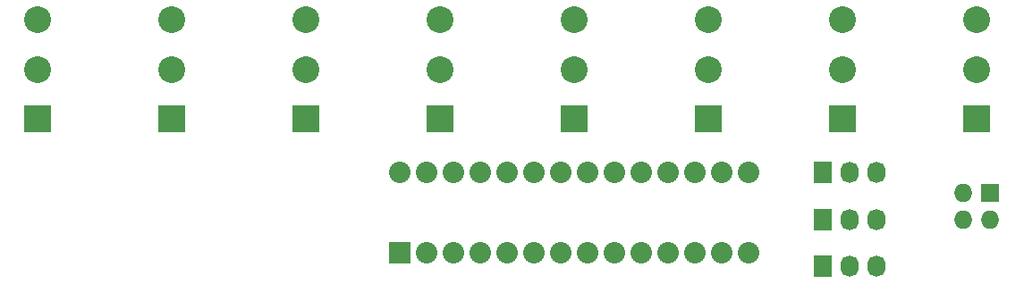
<source format=gbr>
G04 #@! TF.FileFunction,Copper,L1,Top,Signal*
%FSLAX46Y46*%
G04 Gerber Fmt 4.6, Leading zero omitted, Abs format (unit mm)*
G04 Created by KiCad (PCBNEW 4.0.2-stable) date Sunday, 07 August 2016 'pmt' 12:17:11*
%MOMM*%
G01*
G04 APERTURE LIST*
%ADD10C,0.100000*%
%ADD11R,1.727200X1.727200*%
%ADD12O,1.727200X1.727200*%
%ADD13R,2.032000X2.032000*%
%ADD14C,2.032000*%
%ADD15R,2.540000X2.540000*%
%ADD16C,2.540000*%
%ADD17R,1.727200X2.032000*%
%ADD18O,1.727200X2.032000*%
G04 APERTURE END LIST*
D10*
D11*
X229870000Y-88900000D03*
D12*
X229870000Y-91440000D03*
X227330000Y-88900000D03*
X227330000Y-91440000D03*
D13*
X173990000Y-94615000D03*
D14*
X176530000Y-94615000D03*
X179070000Y-94615000D03*
X181610000Y-94615000D03*
X184150000Y-94615000D03*
X186690000Y-94615000D03*
X189230000Y-94615000D03*
X191770000Y-94615000D03*
X194310000Y-94615000D03*
X196850000Y-94615000D03*
X199390000Y-94615000D03*
X201930000Y-94615000D03*
X204470000Y-94615000D03*
X207010000Y-94615000D03*
X207010000Y-86995000D03*
X204470000Y-86995000D03*
X201930000Y-86995000D03*
X199390000Y-86995000D03*
X196850000Y-86995000D03*
X194310000Y-86995000D03*
X191770000Y-86995000D03*
X189230000Y-86995000D03*
X186690000Y-86995000D03*
X184150000Y-86995000D03*
X181610000Y-86995000D03*
X179070000Y-86995000D03*
X176530000Y-86995000D03*
X173990000Y-86995000D03*
D15*
X139700000Y-81915000D03*
D16*
X139700000Y-77216000D03*
X139700000Y-72517000D03*
D15*
X152400000Y-81915000D03*
D16*
X152400000Y-77216000D03*
X152400000Y-72517000D03*
D15*
X165100000Y-81915000D03*
D16*
X165100000Y-77216000D03*
X165100000Y-72517000D03*
D15*
X177800000Y-81915000D03*
D16*
X177800000Y-77216000D03*
X177800000Y-72517000D03*
D15*
X190500000Y-81915000D03*
D16*
X190500000Y-77216000D03*
X190500000Y-72517000D03*
D15*
X203200000Y-81915000D03*
D16*
X203200000Y-77216000D03*
X203200000Y-72517000D03*
D15*
X215900000Y-81915000D03*
D16*
X215900000Y-77216000D03*
X215900000Y-72517000D03*
D15*
X228600000Y-81915000D03*
D16*
X228600000Y-77216000D03*
X228600000Y-72517000D03*
D17*
X213995000Y-86995000D03*
D18*
X216535000Y-86995000D03*
X219075000Y-86995000D03*
D17*
X213995000Y-95885000D03*
D18*
X216535000Y-95885000D03*
X219075000Y-95885000D03*
D17*
X213995000Y-91440000D03*
D18*
X216535000Y-91440000D03*
X219075000Y-91440000D03*
M02*

</source>
